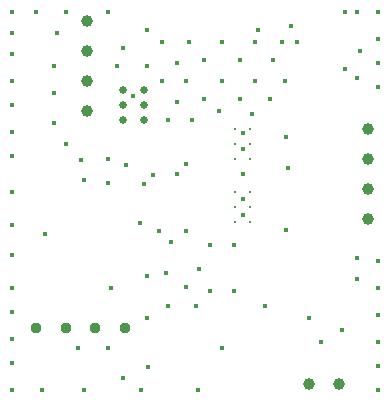
<source format=gbr>
%TF.GenerationSoftware,KiCad,Pcbnew,7.0.8*%
%TF.CreationDate,2024-06-01T15:01:05+09:00*%
%TF.ProjectId,BDCM_Driver_v1,4244434d-5f44-4726-9976-65725f76312e,rev?*%
%TF.SameCoordinates,PXaac6430PY8670810*%
%TF.FileFunction,Plated,1,4,PTH,Drill*%
%TF.FilePolarity,Positive*%
%FSLAX46Y46*%
G04 Gerber Fmt 4.6, Leading zero omitted, Abs format (unit mm)*
G04 Created by KiCad (PCBNEW 7.0.8) date 2024-06-01 15:01:05*
%MOMM*%
%LPD*%
G01*
G04 APERTURE LIST*
%TA.AperFunction,ComponentDrill*%
%ADD10C,0.330000*%
%TD*%
%TA.AperFunction,ViaDrill*%
%ADD11C,0.400000*%
%TD*%
%TA.AperFunction,ComponentDrill*%
%ADD12C,0.650000*%
%TD*%
%TA.AperFunction,ComponentDrill*%
%ADD13C,0.950000*%
%TD*%
%TA.AperFunction,ComponentDrill*%
%ADD14C,1.000000*%
%TD*%
G04 APERTURE END LIST*
D10*
%TO.C,U2*%
X-12588000Y22636000D03*
X-12588000Y21336000D03*
X-12588000Y20036000D03*
%TO.C,U5*%
X-12588000Y17297000D03*
X-12588000Y15997000D03*
X-12588000Y14697000D03*
%TO.C,U2*%
X-11288000Y22636000D03*
X-11288000Y21336000D03*
X-11288000Y20036000D03*
%TO.C,U5*%
X-11288000Y17297000D03*
X-11288000Y15997000D03*
X-11288000Y14697000D03*
%TD*%
D11*
X-31496000Y32512000D03*
X-31496000Y30734000D03*
X-31496000Y28956000D03*
X-31496000Y26670000D03*
X-31496000Y24638000D03*
X-31496000Y22352000D03*
X-31496000Y20320000D03*
X-31496000Y17272000D03*
X-31496000Y14478000D03*
X-31496000Y11938000D03*
X-31496000Y9144000D03*
X-31496000Y7112000D03*
X-31496000Y4826000D03*
X-31496000Y2794000D03*
X-31496000Y508000D03*
X-29464000Y32512000D03*
X-28956000Y508000D03*
X-28702000Y13716000D03*
X-27940000Y27940000D03*
X-27940000Y25654000D03*
X-27940000Y23114000D03*
X-27686000Y30734000D03*
X-26924000Y32512000D03*
X-26924000Y21336000D03*
X-25908000Y4064000D03*
X-25615097Y20028500D03*
X-25400000Y18288000D03*
X-25400000Y508000D03*
X-23368000Y32512000D03*
X-23368000Y20066000D03*
X-23368000Y18034000D03*
X-23368000Y4064000D03*
X-23114000Y9144000D03*
X-22606000Y27940000D03*
X-22098000Y29464000D03*
X-22030082Y1524000D03*
X-21844000Y19558000D03*
X-21209000Y25400000D03*
X-20641619Y14629420D03*
X-20574000Y508000D03*
X-20256500Y17939182D03*
X-20066000Y30988000D03*
X-20066000Y27940000D03*
X-20066000Y10160000D03*
X-20066000Y6604000D03*
X-19919040Y2419654D03*
X-19520500Y18695500D03*
X-19050000Y13970000D03*
X-18796000Y29972000D03*
X-18796000Y26670000D03*
X-18415000Y10414000D03*
X-18288000Y23368000D03*
X-18288000Y7620000D03*
X-18034000Y13081000D03*
X-17526000Y28194000D03*
X-17526000Y24892000D03*
X-17526000Y18796000D03*
X-16764000Y26670000D03*
X-16764000Y19621000D03*
X-16764000Y13970000D03*
X-16764000Y9271000D03*
X-16510000Y29972000D03*
X-16256000Y23368000D03*
X-15875000Y7620000D03*
X-15748000Y508000D03*
X-15621000Y10795000D03*
X-15240000Y28448000D03*
X-15240000Y25146000D03*
X-14732000Y12827000D03*
X-14732000Y8890000D03*
X-13970000Y24130000D03*
X-13716000Y29972000D03*
X-13716000Y26670000D03*
X-13716000Y4064000D03*
X-12700000Y12827000D03*
X-12700000Y8890000D03*
X-12192000Y28448000D03*
X-12192000Y25146000D03*
X-11938000Y20947084D03*
X-11938000Y18796000D03*
X-11934887Y16654768D03*
X-11934498Y15350691D03*
X-11930996Y22249993D03*
X-11176000Y23876000D03*
X-10922000Y29972000D03*
X-10922000Y26670000D03*
X-10668000Y30988000D03*
X-10033000Y7620000D03*
X-9652000Y25146000D03*
X-9398000Y28448000D03*
X-8636000Y29972000D03*
X-8382000Y26670000D03*
X-8308233Y21974184D03*
X-8255000Y14097000D03*
X-8128000Y19304000D03*
X-7822066Y31361176D03*
X-7366000Y29951500D03*
X-6350000Y6604000D03*
X-5334000Y4572000D03*
X-3556000Y5588000D03*
X-3302000Y32512000D03*
X-3302000Y27686000D03*
X-2286000Y32512000D03*
X-2286000Y26924000D03*
X-2286000Y11684000D03*
X-2286000Y9906000D03*
X-2032000Y29210000D03*
X-508000Y32512000D03*
X-508000Y30226000D03*
X-508000Y28194000D03*
X-508000Y26162000D03*
X-508000Y11430000D03*
X-508000Y9144000D03*
X-508000Y6858000D03*
X-508000Y4572000D03*
X-508000Y2540000D03*
X-508000Y508000D03*
D12*
%TO.C,J6*%
X-22098000Y25913000D03*
X-22098000Y24643000D03*
X-22098000Y23373000D03*
%TO.C,J2*%
X-20320000Y25913000D03*
X-20320000Y24643000D03*
X-20320000Y23373000D03*
D13*
%TO.C,J5*%
X-29404000Y5736000D03*
X-26904000Y5736000D03*
X-24404000Y5736000D03*
X-21904000Y5736000D03*
D14*
%TO.C,J3*%
X-25146000Y31750000D03*
X-25146000Y29210000D03*
X-25146000Y26670000D03*
X-25146000Y24130000D03*
%TO.C,J4*%
X-6350000Y1016000D03*
X-3810000Y1016000D03*
%TO.C,J1*%
X-1327000Y22611000D03*
X-1327000Y20071000D03*
%TO.C,J7*%
X-1327000Y17531000D03*
X-1327000Y14991000D03*
M02*

</source>
